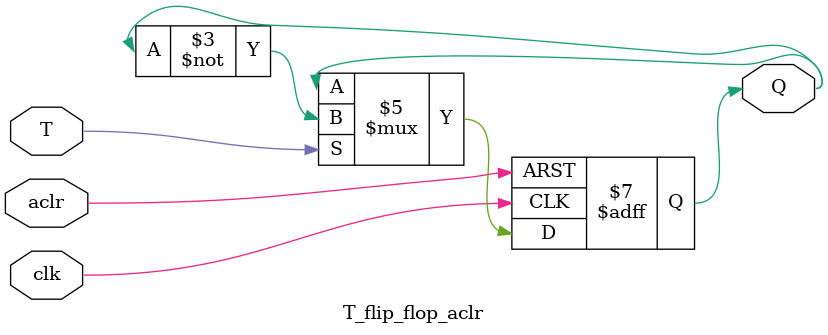
<source format=v>
module T_flip_flop_aclr(
	input clk,aclr,T,
	output reg Q);
	
	always@(posedge clk, negedge aclr)
		if(!aclr) Q<=1'b0;
		else if(T) Q<=~Q;
		else Q<=Q;
	
endmodule
</source>
